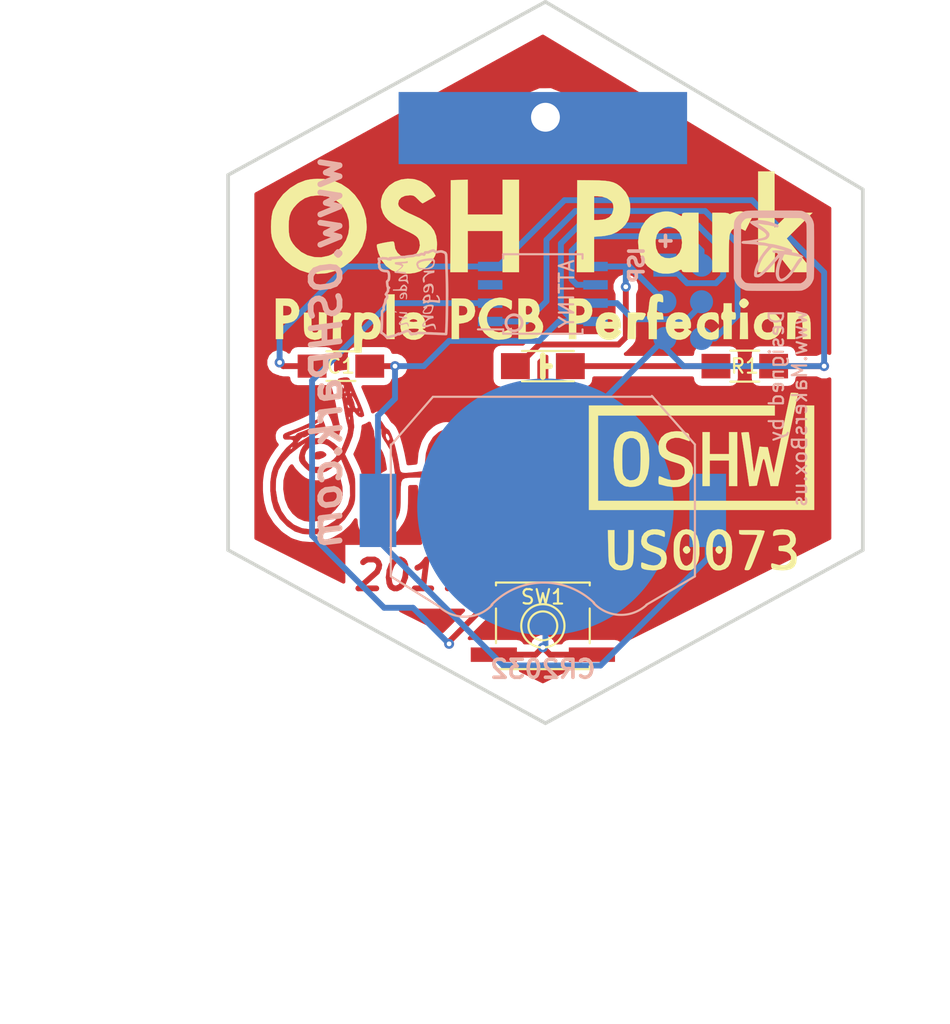
<source format=kicad_pcb>
(kicad_pcb (version 4) (host pcbnew 4.0.4-stable)
  (title_block (title "OSH Park Badge") (company www.MakersBox.us) (comment 1 "K. Olsen"))
  (layers (0 F.Cu signal) (31 B.Cu signal) (34 B.Paste user) (35 F.Paste user) (36 B.SilkS user) (37 F.SilkS user) (38 B.Mask user) (39 F.Mask user) (44 Edge.Cuts user))
  (net 0 "")
  (net 1 GND)
  (net 2 +BATT)
  (net 3 "Net-(CON1-Pad1)")
  (net 4 "Net-(CON1-Pad3)")
  (net 5 "Net-(CON1-Pad4)")
  (net 6 "Net-(CON1-Pad5)")
  (net 7 "Net-(D1-Pad1)")
  (net 8 "Net-(IC1-Pad2)")
  (module Connect:1pin (layer B.Cu) (at 99.82 83.75)
    (fp_text reference REF** hide)
    (fp_text value 1pin)
    (pad 1 smd rect (at 0 0) (size 20 5) (layers B.Cu B.Paste B.Mask))
  )
  (module LEDs:LED-1206 (layer F.Cu) (at 99.82 100.25 180)
    (fp_text reference D1 hide)
    (fp_text value LED)
    (pad 2 smd rect (at 1.905 0) (size 2 1.80086) (layers F.Cu F.Paste F.Mask) (net 5 "Net-(CON1-Pad4)"))
    (pad 1 smd rect (at -1.905 0) (size 2 1.80086) (layers F.Cu F.Paste F.Mask) (net 7 "Net-(D1-Pad1)"))
  )
  (module Housings_SOIC:SOIJ-8_5.3x5.3mm_Pitch1.27mm (layer B.Cu) (at 99.82 95.25)
    (fp_text reference ATTINY (at 1.651 0 270) (layer B.SilkS) (effects (justify mirror)))
    (fp_text value ATTINY)
    (pad 1 smd rect (at -3.65 1.905) (size 1.7 0.65) (layers B.Cu B.Paste B.Mask) (net 6 "Net-(CON1-Pad5)"))
    (pad 2 smd rect (at -3.65 0.635) (size 1.7 0.65) (layers B.Cu B.Paste B.Mask) (net 8 "Net-(IC1-Pad2)"))
    (pad 3 smd rect (at -3.65 -0.635) (size 1.7 0.65) (layers B.Cu B.Paste B.Mask))
    (pad 4 smd rect (at -3.65 -1.905) (size 1.7 0.65) (layers B.Cu B.Paste B.Mask) (net 1 GND))
    (pad 5 smd rect (at 3.65 -1.905) (size 1.7 0.65) (layers B.Cu B.Paste B.Mask) (net 5 "Net-(CON1-Pad4)"))
    (pad 6 smd rect (at 3.65 -0.635) (size 1.7 0.65) (layers B.Cu B.Paste B.Mask) (net 3 "Net-(CON1-Pad1)"))
    (pad 7 smd rect (at 3.65 0.635) (size 1.7 0.65) (layers B.Cu B.Paste B.Mask) (net 4 "Net-(CON1-Pad3)"))
    (pad 8 smd rect (at 3.65 1.905) (size 1.7 0.65) (layers B.Cu B.Paste B.Mask) (net 2 +BATT))
  )
  (module myFootPrints:BATT_CR2032_SMD (layer B.Cu) (at 99.82 110.25 180)
    (fp_text reference BT1 hide)
    (fp_text value Battery hide)
    (pad 2 smd circle (at -0.18 0.25 180) (size 17.78 17.78) (layers B.Cu B.Paste B.Mask) (net 1 GND))
    (pad 1 smd rect (at -11.43 0 180) (size 2.54 5.08) (layers B.Cu B.Paste B.Mask) (net 2 +BATT))
    (pad 1 smd rect (at 11.43 0 180) (size 2.54 5.08) (layers B.Cu B.Paste B.Mask) (net 2 +BATT))
  )
  (module Pin_Headers:Pin_Header_Straight_1x01 (layer F.Cu) (at 99.82 83.25)
    (fp_text reference P1 hide)
    (fp_text value CONN_01X01)
    (pad "" thru_hole circle (at 0.18 -0.25) (size 3 3) (drill 2) (layers *.Cu *.Mask))
  )
  (module myFootPrints:AVR-ISP-6 (layer B.Cu) (at 110.82 93.25 180)
    (fp_text reference CON1 hide)
    (fp_text value AVR-ISP-6 hide)
    (pad 1 smd oval (at 0 0 180) (size 1.6 1.6) (layers B.Cu B.Paste B.Mask) (net 3 "Net-(CON1-Pad1)"))
    (pad 2 smd rect (at 2.54 0 180) (size 1.6 1.6) (layers B.Cu B.Paste B.Mask) (net 2 +BATT))
    (pad 3 smd oval (at 0 -2.54 180) (size 1.6 1.6) (layers B.Cu B.Paste B.Mask) (net 4 "Net-(CON1-Pad3)"))
    (pad 4 smd oval (at 2.54 -2.54 180) (size 1.6 1.6) (layers B.Cu B.Paste B.Mask) (net 5 "Net-(CON1-Pad4)"))
    (pad 5 smd oval (at 0 -5.08 180) (size 1.6 1.6) (layers B.Cu B.Paste B.Mask) (net 6 "Net-(CON1-Pad5)"))
    (pad 6 smd oval (at 2.54 -5.08 180) (size 1.6 1.6) (layers B.Cu B.Paste B.Mask) (net 1 GND))
  )
  (module Capacitors_SMD:C_1206_HandSoldering (layer F.Cu) (at 85.82 100.25)
    (fp_text reference C1 (at 0 0) (layer F.SilkS))
    (fp_text value "0.1 uF")
    (pad 1 smd rect (at -2 0) (size 2 1.6) (layers F.Cu F.Paste F.Mask) (net 1 GND))
    (pad 2 smd rect (at 2 0) (size 2 1.6) (layers F.Cu F.Paste F.Mask) (net 2 +BATT))
  )
  (module Resistors_SMD:R_1206_HandSoldering (layer F.Cu) (at 113.82 100.25)
    (fp_text reference R1 (at 0 0) (layer F.SilkS))
    (fp_text value 330)
    (pad 1 smd rect (at -2 0) (size 2 1.7) (layers F.Cu F.Paste F.Mask) (net 7 "Net-(D1-Pad1)"))
    (pad 2 smd rect (at 2 0) (size 2 1.7) (layers F.Cu F.Paste F.Mask) (net 1 GND))
  )
  (module Buttons_Switches_SMD:SW_SPST_EVQP0 (layer F.Cu) (at 99.82 118.25)
    (fp_text reference SW1 (at 0 -2) (layer F.SilkS))
    (fp_text value SW_PUSH)
    (pad 1 smd rect (at 3.4 -2) (size 3.2 1) (layers F.Cu F.Paste F.Mask) (net 8 "Net-(IC1-Pad2)"))
    (pad 1 smd rect (at -3.4 -2) (size 3.2 1) (layers F.Cu F.Paste F.Mask) (net 8 "Net-(IC1-Pad2)"))
    (pad 2 smd rect (at -3.4 2) (size 3.2 1) (layers F.Cu F.Paste F.Mask) (net 1 GND))
    (pad 2 smd rect (at 3.4 2) (size 3.2 1) (layers F.Cu F.Paste F.Mask) (net 1 GND))
  )
  (module myFootPrints:OSHPark (layer F.Cu) (at 99.82 90.25)
    (fp_text reference G*** hide)
    (fp_text value LOGO hide)
  )
  (module myFootPrints:OSHParkPurple (layer F.Cu) (at 99.82 97.25)
    (fp_text reference G*** hide)
    (fp_text value LOGO hide)
  )
  (module myFootPrints:OSHWA2 (layer F.Cu) (at 110.82 108.25)
    (fp_text reference G*** hide)
    (fp_text value LOGO hide)
  )
  (module myFootPrints:OSHWA (layer F.Cu) (at 90.32 107.25)
    (fp_text reference G*** hide)
    (fp_text value LOGO hide)
    (fp_poly (pts (xy -1.77776 -3.298531) (xy -1.626865 -3.100186) (xy -1.567695 -2.997201) (xy -1.419852 -2.771186) (xy -1.28893 -2.648773) (xy -1.262327 -2.6416) (xy -1.14947 -2.546849) (xy -1.015417 -2.285008) (xy -0.870684 -1.889699) (xy -0.725788 -1.394544) (xy -0.591245 -0.833162) (xy -0.477571 -0.239175) (xy -0.444013 -0.0254) (xy -0.408133 0.186234) (xy -0.350015 0.320086) (xy -0.231464 0.388434) (xy -0.014285 0.403553) (xy 0.339718 0.377722) (xy 0.696296 0.341126) (xy 0.911122 0.318672) (xy 1.672196 0.318672) (xy 2.015345 0.254297) (xy 2.333759 0.180434) (xy 2.6016 0.097493) (xy 2.928139 -0.130812) (xy 3.140131 -0.513076) (xy 3.228823 -1.029772) (xy 3.22642 -1.296668) (xy 3.164702 -1.778589) (xy 3.038414 -2.07821) (xy 2.838341 -2.208746) (xy 2.599591 -2.195686) (xy 2.281504 -2.014647) (xy 2.02304 -1.660326) (xy 1.836616 -1.157082) (xy 1.734647 -0.529273) (xy 1.73186 -0.493302) (xy 1.672196 0.318672) (xy 0.911122 0.318672) (xy 1.3208 0.275852) (xy 1.323223 -0.243074) (xy 1.392258 -0.959633) (xy 1.583156 -1.580674) (xy 1.882186 -2.079139) (xy 2.275622 -2.427969) (xy 2.483735 -2.53043) (xy 2.742746 -2.613658) (xy 2.918296 -2.600769) (xy 3.110426 -2.482925) (xy 3.12239 -2.474024) (xy 3.388314 -2.167484) (xy 3.574876 -1.737576) (xy 3.649303 -1.27) (xy 3.573409 -0.653074) (xy 3.327893 -0.125068) (xy 2.932033 0.288326) (xy 2.405107 0.561413) (xy 2.239908 0.60847) (xy 1.7272 0.731467) (xy 1.728033 1.356333) (xy 1.746479 1.908871) (xy 1.795431 2.529538) (xy 1.867299 3.155145) (xy 1.954492 3.722506) (xy 2.04942 4.168433) (xy 2.077682 4.2672) (xy 2.155341 4.610371) (xy 2.197362 4.992947) (xy 2.20429 5.362928) (xy 2.17667 5.668314) (xy 2.115044 5.857105) (xy 2.06067 5.8928) (xy 1.962122 5.806217) (xy 1.9304 5.643848) (xy 1.863574 5.412304) (xy 1.7526 5.295397) (xy 1.658443 5.20348) (xy 1.600933 5.027938) (xy 1.570655 4.724982) (xy 1.566431 4.591726) (xy 1.750015 4.591726) (xy 1.77664 4.814202) (xy 1.785535 4.846668) (xy 1.868275 5.1308) (xy 1.906982 4.842111) (xy 1.916739 4.614333) (xy 1.887244 4.494978) (xy 1.7917 4.468663) (xy 1.750015 4.591726) (xy 1.566431 4.591726) (xy 1.560396 4.401349) (xy 1.545055 3.970063) (xy 1.514602 3.414274) (xy 1.473732 2.811712) (xy 1.435701 2.3368) (xy 1.393204 1.835795) (xy 1.357913 1.397683) (xy 1.333386 1.068179) (xy 1.323177 0.892999) (xy 1.323105 0.889) (xy 1.292878 0.790797) (xy 1.176027 0.738455) (xy 0.928434 0.720366) (xy 0.6858 0.721327) (xy 0.250486 0.730479) (xy -0.042812 0.764077) (xy -0.222128 0.856005) (xy -0.315496 1.040148) (xy -0.350952 1.35039) (xy -0.35653 1.820618) (xy -0.356551 1.9812) (xy -0.362129 2.498249) (xy -0.383584 2.86726) (xy -0.429559 3.143265) (xy -0.508692 3.381296) (xy -0.610551 3.59897) (xy -0.972049 4.109747) (xy -1.315292 4.38637) (xy -1.74621 4.608751) (xy -2.094159 4.661836) (xy -2.389458 4.545017) (xy -2.581769 4.361004) (xy -2.735575 4.142621) (xy -2.815313 3.906171) (xy -2.842867 3.573296) (xy -2.844234 3.421204) (xy -2.837672 3.265379) (xy -2.499239 3.265379) (xy -2.475861 3.699246) (xy -2.37821 4.039956) (xy -2.315268 4.1402) (xy -2.103386 4.251804) (xy -1.802204 4.240562) (xy -1.481353 4.110244) (xy -1.455141 4.093624) (xy -1.260722 3.901982) (xy -1.054779 3.602816) (xy -0.951708 3.407824) (xy -0.83392 3.11914) (xy -0.76152 2.828447) (xy -0.724397 2.472016) (xy -0.712441 1.986122) (xy -0.712193 1.898153) (xy -0.713396 1.442749) (xy -0.723789 1.155807) (xy -0.751908 1.00259) (xy -0.806286 0.948363) (xy -0.895456 0.958388) (xy -0.9398 0.971682) (xy -1.391377 1.20627) (xy -1.811402 1.595985) (xy -2.160673 2.092901) (xy -2.399989 2.649089) (xy -2.441738 2.807951) (xy -2.499239 3.265379) (xy -2.837672 3.265379) (xy -2.82714 3.015337) (xy -2.78372 2.634249) (xy -2.743427 2.4384) (xy -2.523268 1.95113) (xy -2.16157 1.465182) (xy -1.711055 1.041492) (xy -1.310766 0.782461) (xy -0.747729 0.494513) (xy -0.837952 -0.178891) (xy -0.946496 -0.762862) (xy -1.116409 -1.236537) (xy -1.383226 -1.691169) (xy -1.479709 -1.826893) (xy -1.641986 -2.111379) (xy -1.656273 -2.177079) (xy -1.402287 -2.177079) (xy -1.351208 -1.985415) (xy -1.25729 -1.846285) (xy -1.212354 -1.8288) (xy -1.125282 -1.909019) (xy -1.119156 -1.9558) (xy -1.164854 -2.138654) (xy -1.263035 -2.286328) (xy -1.361802 -2.325837) (xy -1.375353 -2.316115) (xy -1.402287 -2.177079) (xy -1.656273 -2.177079) (xy -1.692684 -2.344509) (xy -1.687548 -2.37586) (xy -1.695823 -2.603018) (xy -1.783441 -2.855322) (xy -1.887491 -3.088049) (xy -1.9304 -3.246155) (xy -1.887807 -3.353274) (xy -1.77776 -3.298531)) (layer F.Cu) (width 0.01))
    (fp_poly (pts (xy 9.060999 -4.484864) (xy 9.190233 -4.37309) (xy 9.402858 -4.117815) (xy 9.427916 -3.929844) (xy 9.2964 -3.824059) (xy 9.161708 -3.713565) (xy 9.144 -3.655361) (xy 9.085036 -3.513707) (xy 8.937007 -3.289333) (xy 8.86678 -3.197715) (xy 8.589383 -2.931633) (xy 8.253375 -2.802239) (xy 8.158854 -2.785699) (xy 7.833138 -2.708801) (xy 7.635377 -2.606951) (xy 7.587704 -2.501414) (xy 7.712251 -2.41346) (xy 7.75781 -2.400341) (xy 7.988598 -2.291897) (xy 8.255887 -2.099407) (xy 8.319341 -2.043078) (xy 8.516789 -1.827454) (xy 8.610145 -1.607668) (xy 8.635752 -1.291208) (xy 8.636 -1.237033) (xy 8.564308 -0.755379) (xy 8.369821 -0.393169) (xy 8.083419 -0.168367) (xy 7.735983 -0.09894) (xy 7.358395 -0.202851) (xy 7.126577 -0.358925) (xy 6.865185 -0.662927) (xy 6.688583 -1.030551) (xy 6.628099 -1.385723) (xy 6.640586 -1.473937) (xy 7.022678 -1.473937) (xy 7.054414 -1.095329) (xy 7.203136 -0.782592) (xy 7.44846 -0.579322) (xy 7.758041 -0.52784) (xy 8.036899 -0.618093) (xy 8.217152 -0.855132) (xy 8.299597 -1.226051) (xy 8.181728 -1.568723) (xy 7.864958 -1.879299) (xy 7.832233 -1.901857) (xy 7.532798 -2.078704) (xy 7.337016 -2.11471) (xy 7.200447 -2.008169) (xy 7.128308 -1.87482) (xy 7.022678 -1.473937) (xy 6.640586 -1.473937) (xy 6.647447 -1.522405) (xy 6.72624 -1.799226) (xy 6.767532 -1.943905) (xy 6.789246 -2.065981) (xy 6.734715 -2.124593) (xy 6.560508 -2.134463) (xy 6.266082 -2.113889) (xy 5.691726 -1.983323) (xy 5.205847 -1.711759) (xy 4.838613 -1.328005) (xy 4.620195 -0.860868) (xy 4.572 -0.496317) (xy 4.663549 -0.173165) (xy 4.908618 0.154064) (xy 5.262834 0.4433) (xy 5.681827 0.652468) (xy 5.831528 0.697964) (xy 6.364676 0.864252) (xy 6.900023 1.085776) (xy 7.373454 1.3323) (xy 7.720852 1.573583) (xy 7.756304 1.60572) (xy 8.156361 2.099819) (xy 8.372867 2.624676) (xy 8.417598 3.155033) (xy 8.302329 3.665627) (xy 8.038833 4.131199) (xy 7.638887 4.526488) (xy 7.114266 4.826234) (xy 6.476744 5.005177) (xy 6.155628 5.039589) (xy 5.775554 5.044894) (xy 5.441375 5.021843) (xy 5.277266 4.989752) (xy 4.66171 4.716456) (xy 4.22865 4.35935) (xy 3.980066 3.920138) (xy 3.961752 3.858394) (xy 3.820388 3.520468) (xy 3.613753 3.206739) (xy 3.600469 3.191377) (xy 3.447542 2.991468) (xy 3.381497 2.795771) (xy 3.382322 2.520898) (xy 3.398918 2.351516) (xy 3.45117 2.006324) (xy 3.518869 1.723361) (xy 3.550838 1.640522) (xy 3.921062 1.640522) (xy 3.922961 1.643983) (xy 4.034606 1.697351) (xy 4.227294 1.726426) (xy 4.404334 1.723443) (xy 4.4704 1.687931) (xy 4.382565 1.647323) (xy 4.171344 1.604771) (xy 4.170965 1.604715) (xy 3.978099 1.597592) (xy 3.921062 1.640522) (xy 3.550838 1.640522) (xy 3.558143 1.621595) (xy 3.643103 1.359298) (xy 3.6576 1.220809) (xy 3.675519 1.100223) (xy 3.761351 1.040277) (xy 3.963207 1.025696) (xy 4.238663 1.036329) (xy 4.819727 1.0668) (xy 4.812151 1.96477) (xy 4.803972 2.40235) (xy 4.780094 2.688414) (xy 4.728076 2.874617) (xy 4.635478 3.012617) (xy 4.535887 3.111882) (xy 4.31749 3.421379) (xy 4.289879 3.746679) (xy 4.444587 4.063729) (xy 4.773147 4.348479) (xy 5.017262 4.479163) (xy 5.604044 4.651124) (xy 6.213415 4.666158) (xy 6.801586 4.537117) (xy 7.324769 4.276855) (xy 7.739175 3.898226) (xy 7.912509 3.629304) (xy 8.053641 3.32558) (xy 8.103928 3.105538) (xy 8.075246 2.877533) (xy 8.030678 2.717415) (xy 7.780582 2.220139) (xy 7.362393 1.784299) (xy 6.808874 1.440564) (xy 6.5532 1.334381) (xy 6.14052 1.184473) (xy 5.726892 1.033525) (xy 5.501118 0.950714) (xy 4.933955 0.662331) (xy 4.534466 0.294679) (xy 4.295813 -0.127419) (xy 4.211153 -0.579146) (xy 4.273646 -1.035678) (xy 4.476452 -1.472197) (xy 4.81273 -1.863882) (xy 5.275638 -2.185913) (xy 5.858337 -2.413469) (xy 6.456352 -2.515192) (xy 6.848405 -2.562522) (xy 7.108213 -2.644142) (xy 7.306537 -2.785505) (xy 7.362513 -2.841161) (xy 7.555478 -3.124934) (xy 7.666119 -3.440242) (xy 7.668781 -3.458773) (xy 7.816798 -3.834007) (xy 8.156345 -4.146737) (xy 8.382 -4.271548) (xy 8.636415 -4.41226) (xy 8.758433 -4.492158) (xy 8.904904 -4.55282) (xy 9.060999 -4.484864)) (layer F.Cu) (width 0.01))
    (fp_poly (pts (xy -3.940316 -6.161863) (xy -3.833394 -5.991422) (xy -3.7285 -5.7404) (xy -3.587074 -5.394962) (xy -3.400041 -4.952429) (xy -3.204813 -4.501173) (xy -3.180007 -4.444719) (xy -3.028725 -4.074177) (xy -2.926836 -3.770882) (xy -2.89018 -3.584373) (xy -2.895775 -3.555719) (xy -3.054131 -3.45852) (xy -3.261754 -3.500947) (xy -3.430822 -3.6576) (xy -3.554127 -3.81) (xy -3.2512 -3.81) (xy -3.2004 -3.7592) (xy -3.1496 -3.81) (xy -3.2004 -3.8608) (xy -3.2512 -3.81) (xy -3.554127 -3.81) (xy -3.575147 -3.835979) (xy -3.659288 -3.828645) (xy -3.674882 -3.64637) (xy -3.635113 -3.394494) (xy -3.581182 -2.781069) (xy -3.687023 -2.14537) (xy -3.941633 -1.482059) (xy -4.219231 -0.892004) (xy -3.86312 -0.166602) (xy -3.693311 0.195134) (xy -3.588045 0.484655) (xy -3.531982 0.774596) (xy -3.509784 1.137591) (xy -3.506105 1.524) (xy -3.510498 1.987995) (xy -3.533987 2.313208) (xy -3.590481 2.563993) (xy -3.693888 2.804701) (xy -3.839815 3.068082) (xy -4.236227 3.640414) (xy -4.702374 4.071241) (xy -5.303029 4.419794) (xy -5.334 4.434372) (xy -5.901575 4.615392) (xy -6.533363 4.681456) (xy -7.15319 4.631702) (xy -7.684878 4.465271) (xy -7.693532 4.461022) (xy -8.241611 4.093392) (xy -8.728599 3.586845) (xy -9.095915 3.005648) (xy -9.16676 2.8448) (xy -9.31935 2.295984) (xy -9.393979 1.659255) (xy -9.393454 1.562212) (xy -9.017857 1.562212) (xy -9.01707 1.5748) (xy -8.888456 2.364019) (xy -8.62297 3.037793) (xy -8.239887 3.583206) (xy -7.758479 3.987338) (xy -7.198019 4.237273) (xy -6.577779 4.320094) (xy -5.917033 4.222881) (xy -5.381508 4.011531) (xy -4.932478 3.714532) (xy -4.502624 3.311021) (xy -4.156166 2.867572) (xy -4.003328 2.582842) (xy -3.858438 1.988789) (xy -3.88119 1.296868) (xy -4.072192 0.501752) (xy -4.315362 -0.140246) (xy -4.484196 -0.534491) (xy -4.807498 -0.2318) (xy -5.186241 0.095791) (xy -5.501713 0.291743) (xy -5.814682 0.38537) (xy -6.13056 0.4064) (xy -6.439276 0.38963) (xy -6.663824 0.313755) (xy -6.889344 0.140423) (xy -7.035563 -0.001257) (xy -7.268807 -0.24994) (xy -7.381815 -0.437444) (xy -7.406186 -0.637632) (xy -7.390861 -0.790831) (xy -7.008838 -0.790831) (xy -6.958558 -0.481517) (xy -6.742699 -0.210575) (xy -6.349554 -0.020367) (xy -5.911806 -0.020111) (xy -5.45199 -0.207972) (xy -5.273675 -0.3302) (xy -5.021804 -0.540162) (xy -4.845752 -0.719178) (xy -4.798736 -0.791523) (xy -4.842012 -0.931089) (xy -5.000236 -1.142467) (xy -5.128194 -1.274123) (xy -5.401345 -1.498658) (xy -5.652321 -1.601847) (xy -5.95865 -1.6256) (xy -6.366275 -1.554198) (xy -6.691387 -1.36563) (xy -6.912678 -1.098355) (xy -7.008838 -0.790831) (xy -7.390861 -0.790831) (xy -7.387538 -0.824043) (xy -7.291356 -1.163864) (xy -7.126833 -1.462575) (xy -7.094929 -1.500941) (xy -6.988676 -1.627209) (xy -7.001822 -1.647698) (xy -7.150541 -1.557118) (xy -7.358417 -1.414755) (xy -8.033704 -0.883448) (xy -8.522165 -0.347361) (xy -8.838927 0.220768) (xy -8.999116 0.848205) (xy -9.017857 1.562212) (xy -9.393454 1.562212) (xy -9.390439 1.005896) (xy -9.308524 0.407188) (xy -9.175019 -0.010115) (xy -8.922942 -0.479684) (xy -8.612266 -0.940182) (xy -8.375238 -1.225816) (xy -8.00149 -1.225816) (xy -7.987593 -1.2192) (xy -7.894874 -1.290725) (xy -7.874 -1.3208) (xy -7.848111 -1.415785) (xy -7.862008 -1.4224) (xy -7.954727 -1.350876) (xy -7.9756 -1.3208) (xy -8.00149 -1.225816) (xy -8.375238 -1.225816) (xy -8.288188 -1.330716) (xy -8.008216 -1.582047) (xy -7.883641 -1.695627) (xy -7.510233 -1.695627) (xy -7.478217 -1.690489) (xy -7.317602 -1.774015) (xy -7.068161 -1.921108) (xy -6.769664 -2.106673) (xy -6.461884 -2.305613) (xy -6.184594 -2.49283) (xy -5.977563 -2.643228) (xy -5.8928 -2.716254) (xy -5.902952 -2.737319) (xy -6.035787 -2.674802) (xy -6.243644 -2.555909) (xy -6.478865 -2.407844) (xy -6.686874 -2.262991) (xy -6.907631 -2.119404) (xy -7.05632 -2.061592) (xy -7.079969 -2.067702) (xy -7.163156 -2.067983) (xy -7.310105 -1.936126) (xy -7.510233 -1.695627) (xy -7.883641 -1.695627) (xy -7.817188 -1.756214) (xy -7.81836 -1.871843) (xy -8.006177 -1.917131) (xy -8.162648 -1.910261) (xy -8.394269 -1.914427) (xy -8.494646 -2.010364) (xy -8.514747 -2.098127) (xy -8.509787 -2.151763) (xy -8.091043 -2.151763) (xy -7.974084 -2.138906) (xy -7.8994 -2.137577) (xy -7.696691 -2.164402) (xy -7.62 -2.228354) (xy -7.534981 -2.326392) (xy -7.3914 -2.388832) (xy -7.136581 -2.476638) (xy -6.860949 -2.592037) (xy -6.629705 -2.705072) (xy -6.508051 -2.785788) (xy -6.5024 -2.797285) (xy -6.588894 -2.787397) (xy -6.823343 -2.708745) (xy -7.168201 -2.575506) (xy -7.585918 -2.401854) (xy -7.8232 -2.298638) (xy -8.04458 -2.196909) (xy -8.091043 -2.151763) (xy -8.509787 -2.151763) (xy -8.502006 -2.235898) (xy -8.38906 -2.342322) (xy -8.134065 -2.449907) (xy -8.006747 -2.492796) (xy -7.652794 -2.623984) (xy -7.204236 -2.811695) (xy -7.01829 -2.896269) (xy -6.386543 -2.896269) (xy -6.3447 -2.883716) (xy -6.221417 -2.912918) (xy -6.01785 -2.99362) (xy -5.936021 -3.060264) (xy -5.930001 -3.142466) (xy -6.046495 -3.124515) (xy -6.23657 -3.015329) (xy -6.254382 -3.002254) (xy -6.386543 -2.896269) (xy -7.01829 -2.896269) (xy -6.747198 -3.019569) (xy -6.662089 -3.060491) (xy -6.302009 -3.232108) (xy -6.020864 -3.359637) (xy -5.860802 -3.424256) (xy -5.839524 -3.427822) (xy -5.723692 -3.220715) (xy -5.621058 -2.97176) (xy -5.558271 -2.755649) (xy -5.561154 -2.647654) (xy -5.683405 -2.563306) (xy -5.917678 -2.406851) (xy -6.127293 -2.268641) (xy -6.615786 -1.948155) (xy -6.20963 -2.002632) (xy -5.745281 -2.019014) (xy -5.359348 -1.909619) (xy -4.975884 -1.649446) (xy -4.878815 -1.564534) (xy -4.479552 -1.203824) (xy -4.338613 -1.541712) (xy -4.138983 -2.052894) (xy -4.029281 -2.427009) (xy -4.000903 -2.704704) (xy -4.045244 -2.926623) (xy -4.045376 -2.926976) (xy -4.109508 -3.157941) (xy -4.162882 -3.412067) (xy -3.954379 -3.412067) (xy -3.9357 -3.28029) (xy -3.901017 -3.278717) (xy -3.876763 -3.414698) (xy -3.892996 -3.47345) (xy -3.93811 -3.511935) (xy -3.954379 -3.412067) (xy -4.162882 -3.412067) (xy -4.18536 -3.519085) (xy -4.25822 -3.939112) (xy -4.269542 -4.0132) (xy -4.304887 -4.213322) (xy -4.037723 -4.213322) (xy -4.017378 -4.17236) (xy -3.920499 -4.06732) (xy -3.902677 -4.141396) (xy -3.927341 -4.220782) (xy -4.002141 -4.331429) (xy -4.035926 -4.329142) (xy -4.037723 -4.213322) (xy -4.304887 -4.213322) (xy -4.356224 -4.503979) (xy -4.437567 -4.8768) (xy -4.1656 -4.8768) (xy -4.128427 -4.793172) (xy -4.097867 -4.809067) (xy -4.085708 -4.929643) (xy -4.089325 -4.934073) (xy -3.735795 -4.934073) (xy -3.725513 -4.825562) (xy -3.665832 -4.688982) (xy -3.574861 -4.426359) (xy -3.556 -4.27388) (xy -3.494621 -4.103711) (xy -3.404921 -4.064) (xy -3.329518 -4.096165) (xy -3.34335 -4.219135) (xy -3.452524 -4.472621) (xy -3.474883 -4.518971) (xy -3.607962 -4.771018) (xy -3.7063 -4.917495) (xy -3.735795 -4.934073) (xy -4.089325 -4.934073) (xy -4.097867 -4.944534) (xy -4.158268 -4.930587) (xy -4.1656 -4.8768) (xy -4.437567 -4.8768) (xy -4.467218 -5.0127) (xy -4.512312 -5.1816) (xy -4.2672 -5.1816) (xy -4.230027 -5.097972) (xy -4.199467 -5.113867) (xy -4.192637 -5.1816) (xy -3.8608 -5.1816) (xy -3.823627 -5.097972) (xy -3.793067 -5.113867) (xy -3.780908 -5.234443) (xy -3.793067 -5.249334) (xy -3.853468 -5.235387) (xy -3.8608 -5.1816) (xy -4.192637 -5.1816) (xy -4.187308 -5.234443) (xy -4.199467 -5.249334) (xy -4.259868 -5.235387) (xy -4.2672 -5.1816) (xy -4.512312 -5.1816) (xy -4.578658 -5.430095) (xy -4.579814 -5.433822) (xy -4.661715 -5.739493) (xy -4.418256 -5.739493) (xy -4.398887 -5.590603) (xy -4.396109 -5.579856) (xy -4.335856 -5.443669) (xy -4.288764 -5.472511) (xy -4.3112 -5.65655) (xy -4.351686 -5.713126) (xy -4.418256 -5.739493) (xy -4.661715 -5.739493) (xy -4.667445 -5.760878) (xy -4.697277 -5.9436) (xy -4.1656 -5.9436) (xy -4.1148 -5.8928) (xy -4.064 -5.9436) (xy -4.1148 -5.9944) (xy -4.1656 -5.9436) (xy -4.697277 -5.9436) (xy -4.707718 -6.007546) (xy -4.695699 -6.111348) (xy -4.552801 -6.167878) (xy -4.302619 -6.212008) (xy -4.276472 -6.214726) (xy -4.070952 -6.221533) (xy -3.940316 -6.161863)) (layer F.Cu) (width 0.01))
  )
  (module myFootPrints:MB225rev (layer F.Cu) (at 115.82 92.25 90)
    (fp_text reference VAL hide)
    (fp_text value MB225rev hide)
  )
  (module myFootPrints:MadeInOregonRev25 (layer F.Cu) (at 90.82 95.25 90)
    (fp_text reference VAL hide)
    (fp_text value MadeInOregonRev25 hide)
  )
  (gr_text + (at 108.32 91.5) (layer B.SilkS) (effects (font (size 1 1) (thickness 0.25)) (justify mirror)))
  (gr_text ISP (at 106.32 93.25 90) (layer B.SilkS) (effects (font (size 1 1) (thickness 0.25)) (justify mirror)))
  (gr_text "Designed by\nwww.MakersBox.us" (at 116.82 96.25 90) (layer B.SilkS) (effects (font (size 1 1)) (justify left mirror)))
  (gr_text www.OSHPark.com (at 84.82 99.25 90) (layer B.SilkS) (effects (font (size 2 2) (thickness 0.4) italic) (justify mirror)))
  (gr_text 2017 (at 90.57 114.75) (layer F.Cu) (effects (font (size 2 2) (thickness 0.4) italic)))
  (gr_text CR2032 (at 99.82 121.25) (layer B.SilkS) (effects (font (size 1.25 1.25) (thickness 0.25)) (justify mirror)))
  (gr_line (start 122 113) (end 122 88) (angle 90) (layer Edge.Cuts) (width 0.254))
  (gr_line (start 100 125) (end 122 113) (angle 90) (layer Edge.Cuts) (width 0.254))
  (gr_line (start 78 113) (end 100 125) (angle 90) (layer Edge.Cuts) (width 0.254))
  (gr_line (start 78 87) (end 78 113) (angle 90) (layer Edge.Cuts) (width 0.254))
  (gr_line (start 122 88) (end 100 75) (angle 90) (layer Edge.Cuts) (width 0.254))
  (gr_line (start 100 75) (end 78 87) (angle 90) (layer Edge.Cuts) (width 0.254))
  (segment (start 96.17 93.345) (end 96.725 93.345) (width 0.4064) (layer B.Cu) (net 1))
  (segment (start 96.725 93.345) (end 101.32 88.75) (width 0.4064) (layer B.Cu) (net 1))
  (segment (start 119.32 93.75) (end 119.32 100.25) (width 0.4064) (layer B.Cu) (net 1))
  (segment (start 114.32 88.75) (end 119.32 93.75) (width 0.4064) (layer B.Cu) (net 1))
  (segment (start 101.32 88.75) (end 114.32 88.75) (width 0.4064) (layer B.Cu) (net 1))
  (segment (start 100 110) (end 100 106.61) (width 0.4064) (layer B.Cu) (net 1))
  (segment (start 100 106.61) (end 108.28 98.33) (width 0.4064) (layer B.Cu) (net 1))
  (segment (start 96.42 120.25) (end 99.32 120.25) (width 0.4064) (layer F.Cu) (net 1))
  (segment (start 99.32 120.25) (end 99.82 119.75) (width 0.4064) (layer F.Cu) (net 1))
  (segment (start 103.22 120.25) (end 100.32 120.25) (width 0.4064) (layer F.Cu) (net 1))
  (segment (start 100 119.57) (end 100 110) (width 0.4064) (layer B.Cu) (net 1))
  (segment (start 99.82 119.75) (end 100 119.57) (width 0.4064) (layer B.Cu) (net 1))
  (via (at 99.82 119.75) (size 0.6858) (drill 0.3302) (layers F.Cu B.Cu) (net 1))
  (segment (start 100.32 120.25) (end 99.82 119.75) (width 0.4064) (layer F.Cu) (net 1))
  (segment (start 108.28 98.33) (end 108.28 98.96) (width 0.4064) (layer B.Cu) (net 1))
  (segment (start 108.28 98.96) (end 109.57 100.25) (width 0.4064) (layer B.Cu) (net 1))
  (segment (start 109.57 100.25) (end 119.32 100.25) (width 0.4064) (layer B.Cu) (net 1))
  (via (at 119.32 100.25) (size 0.6858) (drill 0.3302) (layers F.Cu B.Cu) (net 1))
  (segment (start 119.32 100.25) (end 115.82 100.25) (width 0.4064) (layer F.Cu) (net 1))
  (segment (start 96.17 93.345) (end 86.225 93.345) (width 0.4064) (layer B.Cu) (net 1))
  (segment (start 81.82 100.25) (end 83.82 100.25) (width 0.4064) (layer F.Cu) (net 1))
  (segment (start 81.57 100) (end 81.82 100.25) (width 0.4064) (layer F.Cu) (net 1))
  (via (at 81.57 100) (size 0.6858) (drill 0.3302) (layers F.Cu B.Cu) (net 1))
  (segment (start 81.57 98) (end 81.57 100) (width 0.4064) (layer B.Cu) (net 1))
  (segment (start 86.225 93.345) (end 81.57 98) (width 0.4064) (layer B.Cu) (net 1))
  (segment (start 88.39 110.25) (end 88.39 112.32) (width 0.4064) (layer B.Cu) (net 2))
  (segment (start 88.39 112.32) (end 97.07 121) (width 0.4064) (layer B.Cu) (net 2))
  (segment (start 111.25 113.57) (end 111.25 110.25) (width 0.4064) (layer B.Cu) (net 2))
  (segment (start 103.82 121) (end 111.25 113.57) (width 0.4064) (layer B.Cu) (net 2))
  (segment (start 102.32 121) (end 103.82 121) (width 0.4064) (layer B.Cu) (net 2))
  (segment (start 97.07 121) (end 102.32 121) (width 0.4064) (layer B.Cu) (net 2))
  (segment (start 88.39 110.25) (end 88.39 103.68) (width 0.4064) (layer B.Cu) (net 2))
  (segment (start 89.57 102.5) (end 89.57 100.25) (width 0.4064) (layer B.Cu) (net 2))
  (segment (start 88.39 103.68) (end 89.57 102.5) (width 0.4064) (layer B.Cu) (net 2))
  (segment (start 103.47 97.155) (end 100.915 97.155) (width 0.4064) (layer B.Cu) (net 2))
  (segment (start 89.57 100.25) (end 87.82 100.25) (width 0.4064) (layer F.Cu) (net 2))
  (via (at 89.57 100.25) (size 0.6858) (drill 0.3302) (layers F.Cu B.Cu) (net 2))
  (segment (start 91.57 100.25) (end 89.57 100.25) (width 0.4064) (layer B.Cu) (net 2))
  (segment (start 93.32 98.5) (end 91.57 100.25) (width 0.4064) (layer B.Cu) (net 2))
  (segment (start 99.57 98.5) (end 93.32 98.5) (width 0.4064) (layer B.Cu) (net 2))
  (segment (start 100.915 97.155) (end 99.57 98.5) (width 0.4064) (layer B.Cu) (net 2))
  (segment (start 108.28 93.25) (end 108.57 93.25) (width 0.4064) (layer B.Cu) (net 2))
  (segment (start 108.57 93.25) (end 109.82 94.5) (width 0.4064) (layer B.Cu) (net 2))
  (segment (start 109.82 94.5) (end 111.82 94.5) (width 0.4064) (layer B.Cu) (net 2))
  (segment (start 111.82 94.5) (end 112.32 94) (width 0.4064) (layer B.Cu) (net 2))
  (segment (start 112.32 94) (end 112.32 92.25) (width 0.4064) (layer B.Cu) (net 2))
  (segment (start 112.32 92.25) (end 110.57 90.5) (width 0.4064) (layer B.Cu) (net 2))
  (segment (start 110.57 90.5) (end 102.32 90.5) (width 0.4064) (layer B.Cu) (net 2))
  (segment (start 102.32 90.5) (end 101.07 91.75) (width 0.4064) (layer B.Cu) (net 2))
  (segment (start 101.07 91.75) (end 101.07 96.25) (width 0.4064) (layer B.Cu) (net 2))
  (segment (start 101.07 96.25) (end 101.975 97.155) (width 0.4064) (layer B.Cu) (net 2))
  (segment (start 101.975 97.155) (end 103.47 97.155) (width 0.4064) (layer B.Cu) (net 2))
  (segment (start 103.47 94.615) (end 102.185 94.615) (width 0.4064) (layer B.Cu) (net 3))
  (segment (start 110.82 92.25) (end 110.82 93.25) (width 0.4064) (layer B.Cu) (net 3))
  (segment (start 109.82 91.25) (end 110.82 92.25) (width 0.4064) (layer B.Cu) (net 3))
  (segment (start 102.82 91.25) (end 109.82 91.25) (width 0.4064) (layer B.Cu) (net 3))
  (segment (start 101.82 92.25) (end 102.82 91.25) (width 0.4064) (layer B.Cu) (net 3))
  (segment (start 101.82 94.25) (end 101.82 92.25) (width 0.4064) (layer B.Cu) (net 3))
  (segment (start 102.185 94.615) (end 101.82 94.25) (width 0.4064) (layer B.Cu) (net 3))
  (segment (start 110.82 95.79) (end 110.82 96) (width 0.4064) (layer B.Cu) (net 4))
  (segment (start 110.82 96) (end 109.82 97) (width 0.4064) (layer B.Cu) (net 4))
  (segment (start 109.82 97) (end 106.07 97) (width 0.4064) (layer B.Cu) (net 4))
  (segment (start 106.07 97) (end 104.955 95.885) (width 0.4064) (layer B.Cu) (net 4))
  (segment (start 104.955 95.885) (end 103.47 95.885) (width 0.4064) (layer B.Cu) (net 4))
  (segment (start 105.57 94.75) (end 105.57 93.345) (width 0.4064) (layer B.Cu) (net 5))
  (segment (start 97.915 100.25) (end 98.07 100.25) (width 0.4064) (layer F.Cu) (net 5))
  (segment (start 98.07 100.25) (end 99.57 98.75) (width 0.4064) (layer F.Cu) (net 5))
  (segment (start 99.57 98.75) (end 105.07 98.75) (width 0.4064) (layer F.Cu) (net 5))
  (segment (start 105.07 98.75) (end 105.57 98.25) (width 0.4064) (layer F.Cu) (net 5))
  (segment (start 105.57 98.25) (end 105.57 94.75) (width 0.4064) (layer F.Cu) (net 5))
  (via (at 105.57 94.75) (size 0.6858) (drill 0.3302) (layers F.Cu B.Cu) (net 5))
  (segment (start 105.57 93.345) (end 105.57 93.5) (width 0.4064) (layer B.Cu) (net 5))
  (segment (start 105.57 93.5) (end 105.57 93.345) (width 0.4064) (layer B.Cu) (net 5))
  (segment (start 103.47 93.345) (end 105.57 93.345) (width 0.4064) (layer B.Cu) (net 5))
  (segment (start 105.57 93.345) (end 105.835 93.345) (width 0.4064) (layer B.Cu) (net 5))
  (segment (start 105.835 93.345) (end 108.28 95.79) (width 0.4064) (layer B.Cu) (net 5))
  (segment (start 96.17 97.155) (end 98.665 97.155) (width 0.4064) (layer B.Cu) (net 6))
  (segment (start 111.74 98.33) (end 110.82 98.33) (width 0.4064) (layer B.Cu) (net 6))
  (segment (start 113.32 96.75) (end 111.74 98.33) (width 0.4064) (layer B.Cu) (net 6))
  (segment (start 113.32 91.75) (end 113.32 96.75) (width 0.4064) (layer B.Cu) (net 6))
  (segment (start 111.07 89.5) (end 113.32 91.75) (width 0.4064) (layer B.Cu) (net 6))
  (segment (start 102.07 89.5) (end 111.07 89.5) (width 0.4064) (layer B.Cu) (net 6))
  (segment (start 100.07 91.5) (end 102.07 89.5) (width 0.4064) (layer B.Cu) (net 6))
  (segment (start 100.07 95.75) (end 100.07 91.5) (width 0.4064) (layer B.Cu) (net 6))
  (segment (start 98.665 97.155) (end 100.07 95.75) (width 0.4064) (layer B.Cu) (net 6))
  (segment (start 101.725 100.25) (end 111.82 100.25) (width 0.4064) (layer F.Cu) (net 7))
  (segment (start 83.82 110) (end 83.82 112) (width 0.4064) (layer B.Cu) (net 8))
  (segment (start 96.17 95.885) (end 89.185 95.885) (width 0.4064) (layer B.Cu) (net 8))
  (segment (start 83.82 101.25) (end 89.185 95.885) (width 0.4064) (layer B.Cu) (net 8))
  (segment (start 83.82 110) (end 83.82 101.25) (width 0.4064) (layer B.Cu) (net 8))
  (segment (start 93.32 119.35) (end 96.42 116.25) (width 0.4064) (layer F.Cu) (net 8))
  (segment (start 93.32 119.35) (end 93.32 119.5) (width 0.4064) (layer F.Cu) (net 8))
  (via (at 93.32 119.5) (size 0.6858) (drill 0.3302) (layers F.Cu B.Cu) (net 8))
  (segment (start 90.82 117) (end 93.32 119.5) (width 0.4064) (layer B.Cu) (net 8))
  (segment (start 88.82 117) (end 90.82 117) (width 0.4064) (layer B.Cu) (net 8))
  (segment (start 83.82 112) (end 88.82 117) (width 0.4064) (layer B.Cu) (net 8))
  (segment (start 103.22 116.25) (end 96.42 116.25) (width 0.4064) (layer F.Cu) (net 8))
  (zone (net 0) (net_name "") (layer F.Cu) (connect_pads (clearance 0.508)) (min_thickness 0.254) (fill yes (arc_segments 16) (thermal_gap 0.508) (thermal_bridge_width 0.508))
    (polygon (pts (xy 99.82 77.25) (xy 119.82 89.25) (xy 119.82 112.25) (xy 99.82 122.25) (xy 79.82 112.25) (xy 79.82 88.25)))
  )
)
</source>
